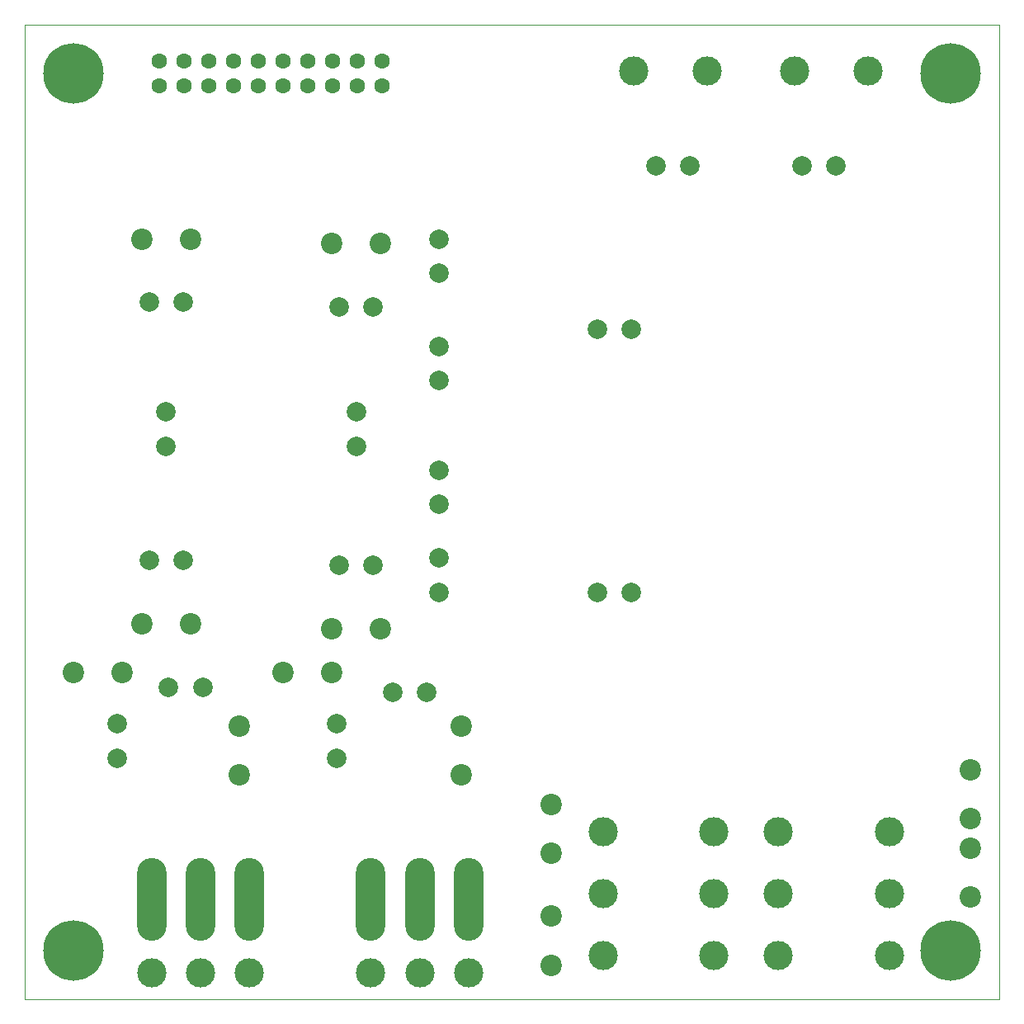
<source format=gbs>
G04 #@! TF.FileFunction,Soldermask,Bot*
%FSLAX46Y46*%
G04 Gerber Fmt 4.6, Leading zero omitted, Abs format (unit mm)*
G04 Created by KiCad (PCBNEW 4.0.5) date 03/22/17 11:59:18*
%MOMM*%
%LPD*%
G01*
G04 APERTURE LIST*
%ADD10C,0.150000*%
%ADD11C,0.100000*%
%ADD12C,3.000000*%
%ADD13O,3.000000X8.500000*%
%ADD14C,2.000000*%
%ADD15C,2.200000*%
%ADD16C,6.200000*%
%ADD17C,1.600000*%
G04 APERTURE END LIST*
D10*
D11*
X0Y100000000D02*
X100000000Y100000000D01*
X15000000Y0D02*
X0Y0D01*
X100000000Y0D02*
X15000000Y0D01*
X100000000Y100000000D02*
X100000000Y0D01*
X0Y0D02*
X0Y100000000D01*
D12*
X59300000Y4450000D03*
X59300000Y10800000D03*
X59300000Y17150000D03*
X70700000Y4450000D03*
X70700000Y17150000D03*
X70700000Y10800000D03*
X77300000Y4450000D03*
X77300000Y10800000D03*
X77300000Y17150000D03*
X88700000Y4450000D03*
X88700000Y17150000D03*
X88700000Y10800000D03*
X13000000Y2700000D03*
X18000000Y2700000D03*
X23000000Y2700000D03*
D13*
X13000000Y10200000D03*
X18000000Y10200000D03*
X23000000Y10200000D03*
D12*
X35500000Y2700000D03*
X40500000Y2700000D03*
X45500000Y2700000D03*
D13*
X35500000Y10200000D03*
X40500000Y10200000D03*
X45500000Y10200000D03*
D12*
X70020000Y95250000D03*
X62480000Y95250000D03*
X86519998Y95250000D03*
X78979998Y95250000D03*
D14*
X42500000Y41750000D03*
X42500000Y45250000D03*
X42500000Y67000000D03*
X42500000Y63500000D03*
D15*
X54000000Y3500000D03*
X54000000Y8500000D03*
X97000000Y15500000D03*
X97000000Y10500000D03*
D14*
X42500000Y54250000D03*
X42500000Y50750000D03*
X42500000Y78000000D03*
X42500000Y74500000D03*
D15*
X54000000Y15000000D03*
X54000000Y20000000D03*
X97000000Y18500000D03*
X97000000Y23500000D03*
D14*
X62250000Y41750000D03*
X58750000Y41750000D03*
X62250000Y68750000D03*
X58750000Y68750000D03*
X14500000Y56750000D03*
X14500000Y60250000D03*
D15*
X22000000Y28000000D03*
X22000000Y23000000D03*
X12000000Y38500000D03*
X17000000Y38500000D03*
D14*
X18250000Y32000000D03*
X14750000Y32000000D03*
X16250000Y45000000D03*
X12750000Y45000000D03*
D15*
X10000000Y33500000D03*
X5000000Y33500000D03*
X12000000Y78000000D03*
X17000000Y78000000D03*
D14*
X9500000Y28250000D03*
X9500000Y24750000D03*
X16250000Y71500000D03*
X12750000Y71500000D03*
D15*
X44750000Y28000000D03*
X44750000Y23000000D03*
X36500000Y38000000D03*
X31500000Y38000000D03*
D14*
X41250000Y31500000D03*
X37750000Y31500000D03*
X32250000Y44500000D03*
X35750000Y44500000D03*
D15*
X31500000Y33500000D03*
X26500000Y33500000D03*
X31500000Y77500000D03*
X36500000Y77500000D03*
D14*
X32000000Y28250000D03*
X32000000Y24750000D03*
X35750000Y71000000D03*
X32250000Y71000000D03*
X34000000Y56750000D03*
X34000000Y60250000D03*
X68250000Y85500000D03*
X64750000Y85500000D03*
X83250000Y85500000D03*
X79750000Y85500000D03*
D16*
X95000000Y95000000D03*
X5000000Y95000000D03*
X95000000Y5000000D03*
X5000000Y5000000D03*
D17*
X36680000Y96270000D03*
X36680000Y93730000D03*
X34140000Y96270000D03*
X34140000Y93730000D03*
X31600000Y96270000D03*
X31600000Y93730000D03*
X29060000Y96270000D03*
X29060000Y93730000D03*
X26520000Y96270000D03*
X26520000Y93730000D03*
X23980000Y96270000D03*
X23980000Y93730000D03*
X21440000Y96270000D03*
X21440000Y93730000D03*
X18900000Y96270000D03*
X18900000Y93730000D03*
X16360000Y96270000D03*
X16360000Y93730000D03*
X13820000Y96270000D03*
X13820000Y93730000D03*
M02*

</source>
